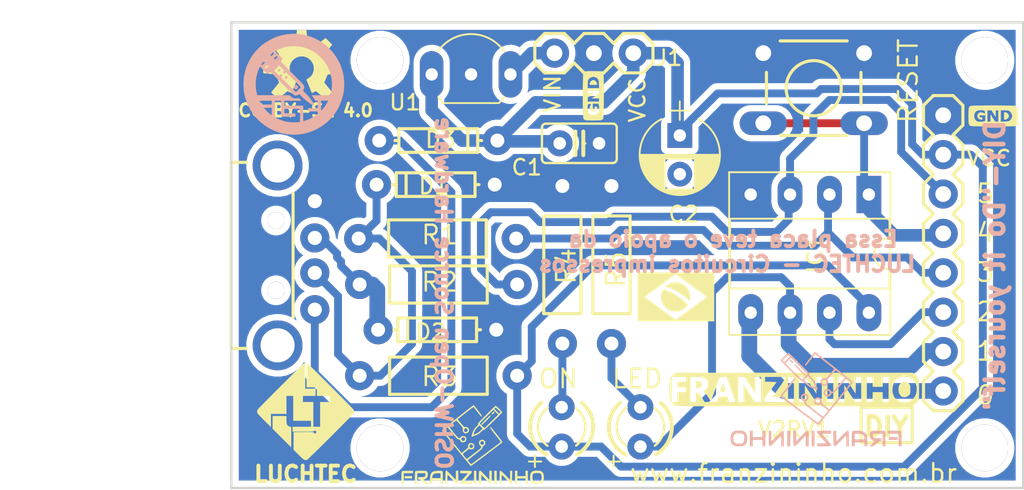
<source format=kicad_pcb>
(kicad_pcb (version 20171130) (host pcbnew "(5.0.0)")
  (layers (0 Top signal) (31 Bottom signal) (34 B.Paste user) (35 F.Paste user) (36 B.SilkS user) (37 F.SilkS user) (38 B.Mask user) (39 F.Mask user) (44 Edge.Cuts user))
  (net 0 "")
  (net 1 GND)
  (net 2 5V)
  (net 3 "Net-(D3-PadA)")
  (net 4 "Net-(D1-PadC)")
  (net 5 "Net-(D2-PadC)")
  (net 6 "Net-(IC1-Pad7)")
  (net 7 "Net-(IC1-Pad6)")
  (net 8 "Net-(IC1-Pad5)")
  (net 9 "Net-(IC1-Pad3)")
  (net 10 "Net-(IC1-Pad2)")
  (net 11 "Net-(IC1-Pad1)")
  (net 12 "Net-(LED1-PadK)")
  (net 13 "Net-(ON1-PadK)")
  (net 14 "Net-(J1-Pad3)")
  (module Franzininho:LED3MM (layer Top) (at 144.272 116.078 90)
    (fp_text reference ON (at 3.81 1.143) (layer F.SilkS) (effects (font (size 1.2 1.2) (thickness 0.1524)) (justify right top)))
    (fp_text value LED3MM)
    (pad K thru_hole circle (at 1.27 0 90) (size 1.6764 1.6764) (drill 0.8128) (layers *.Cu *.Mask) (net 13 "Net-(ON1-PadK)"))
    (pad A thru_hole circle (at -1.27 0 90) (size 1.6764 1.6764) (drill 0.8128) (layers *.Cu *.Mask) (net 2 5V))
  )
  (module "" (layer Top) (at 132.56235 92.4361)
    (fp_text reference @HOLE0 hide)
    (fp_text value "" (at 0 0) (layer F.SilkS) (effects (font (size 1.27 1.27))))
    (pad "" thru_hole circle (at 0 0) (size 3 3) (drill 3) (layers *.Cu *.Mask))
  )
  (module "" (layer Top) (at 171.56235 92.4361)
    (fp_text reference @HOLE1 hide)
    (fp_text value "" (at 0 0) (layer F.SilkS) (effects (font (size 1.27 1.27))))
    (pad "" thru_hole circle (at 0 0) (size 3 3) (drill 3) (layers *.Cu *.Mask))
  )
  (module "" (layer Top) (at 171.56235 117.4361)
    (fp_text reference @HOLE2 hide)
    (fp_text value "" (at 0 0) (layer F.SilkS) (effects (font (size 1.27 1.27))))
    (pad "" thru_hole circle (at 0 0) (size 3 3) (drill 3) (layers *.Cu *.Mask))
  )
  (module "" (layer Top) (at 132.56235 117.4361)
    (fp_text reference @HOLE3 hide)
    (fp_text value "" (at 0 0) (layer F.SilkS) (effects (font (size 1.27 1.27))))
    (pad "" thru_hole circle (at 0 0) (size 3 3) (drill 3) (layers *.Cu *.Mask))
  )
  (module Franzininho:USB-A-H (layer Top) (at 125.95235 105.0186)
    (fp_text reference X1 hide)
    (fp_text value USB-A-H hide)
    (pad "" thru_hole circle (at -0.1 2.25) (size 1.1 1.1) (drill 1.1) (layers *.Cu *.Mask))
    (pad "" thru_hole circle (at -0.1 -2.25) (size 1.1 1.1) (drill 1.1) (layers *.Cu *.Mask))
    (pad GND3 thru_hole circle (at 0 -5.8 270) (size 3.216 3.216) (drill 2.2) (layers *.Cu *.Mask))
    (pad GND2 thru_hole circle (at 0 5.8 270) (size 3.216 3.216) (drill 2.2) (layers *.Cu *.Mask))
    (pad VBUS thru_hole circle (at 2.4 3.5 270) (size 1.8796 1.8796) (drill 0.9144) (layers *.Cu *.Mask) (net 3 "Net-(D3-PadA)"))
    (pad D- thru_hole circle (at 2.4 1.127 270) (size 1.8796 1.8796) (drill 0.9144) (layers *.Cu *.Mask) (net 4 "Net-(D1-PadC)"))
    (pad D+ thru_hole circle (at 2.4 -1.127 270) (size 1.8796 1.8796) (drill 0.9144) (layers *.Cu *.Mask) (net 5 "Net-(D2-PadC)"))
    (pad GND thru_hole circle (at 2.4 -3.5 270) (size 1.8796 1.8796) (drill 0.9144) (layers *.Cu *.Mask) (net 1 GND))
  )
  (module Franzininho:DIODE-BZT52 (layer Top) (at 136.24585 109.8141 180)
    (fp_text reference D2 (at -0.66015 0.4417) (layer F.SilkS) (effects (font (thickness 0.1524)) (justify right top)))
    (fp_text value BZT52 hide)
    (pad C thru_hole circle (at 3.81 0 180) (size 1.8796 1.8796) (drill 0.9) (layers *.Cu *.Mask) (net 5 "Net-(D2-PadC)"))
    (pad A thru_hole circle (at -3.81 0 180) (size 1.8796 1.8796) (drill 0.9) (layers *.Cu *.Mask) (net 1 GND))
  )
  (module Franzininho:DIODE-BZT52 (layer Top) (at 136.14685 100.4521 180)
    (fp_text reference D1 (at -0.96235 0.4777) (layer F.SilkS) (effects (font (thickness 0.1524)) (justify right top)))
    (fp_text value BZT52 hide)
    (pad C thru_hole circle (at 3.81 0 180) (size 1.8796 1.8796) (drill 0.9) (layers *.Cu *.Mask) (net 4 "Net-(D1-PadC)"))
    (pad A thru_hole circle (at -3.81 0 180) (size 1.8796 1.8796) (drill 0.9) (layers *.Cu *.Mask) (net 1 GND))
  )
  (module Franzininho:C025-025X050 (layer Top) (at 145.415 97.79)
    (fp_text reference C1 (at -2.31845 0.9668) (layer F.SilkS) (effects (font (thickness 0.1524)) (justify right top)))
    (fp_text value 0.1uf)
    (pad 2 thru_hole circle (at 1.27 0) (size 1.6764 1.6764) (drill 0.8128) (layers *.Cu *.Mask) (net 1 GND))
    (pad 1 thru_hole circle (at -1.27 0) (size 1.6764 1.6764) (drill 0.8128) (layers *.Cu *.Mask) (net 2 5V))
  )
  (module Franzininho:AXIAL-0.4 (layer Top) (at 136.26235 103.9281)
    (fp_text reference R1 (at -1.13435 0.4659) (layer F.SilkS) (effects (font (size 1.2 1.2) (thickness 0.1524)) (justify left bottom)))
    (fp_text value 68R hide)
    (pad P$2 thru_hole circle (at 5.08 0) (size 1.8796 1.8796) (drill 0.9) (layers *.Cu *.Mask) (net 10 "Net-(IC1-Pad2)"))
    (pad P$1 thru_hole circle (at -5.08 0) (size 1.8796 1.8796) (drill 0.9) (layers *.Cu *.Mask) (net 4 "Net-(D1-PadC)"))
  )
  (module Franzininho:AXIAL-0.4 (layer Top) (at 136.32485 106.8931)
    (fp_text reference R2 (at -1.19685 0.5489) (layer F.SilkS) (effects (font (size 1.2 1.2) (thickness 0.1524)) (justify left bottom)))
    (fp_text value 68R hide)
    (pad P$2 thru_hole circle (at 5.08 0) (size 1.8796 1.8796) (drill 0.9) (layers *.Cu *.Mask) (net 9 "Net-(IC1-Pad3)"))
    (pad P$1 thru_hole circle (at -5.08 0) (size 1.8796 1.8796) (drill 0.9) (layers *.Cu *.Mask) (net 5 "Net-(D2-PadC)"))
  )
  (module Franzininho:AXIAL-0.4 (layer Top) (at 136.32485 112.776 180)
    (fp_text reference R3 hide)
    (fp_text value 1K5 hide)
    (fp_text user R3 (at 1.19685 -0.762 180) (layer F.SilkS) (effects (font (size 1.2 1.2) (thickness 0.1524)) (justify left bottom)))
    (pad P$2 thru_hole circle (at 5.08 0 180) (size 1.8796 1.8796) (drill 0.9) (layers *.Cu *.Mask) (net 4 "Net-(D1-PadC)"))
    (pad P$1 thru_hole circle (at -5.08 0 180) (size 1.8796 1.8796) (drill 0.9) (layers *.Cu *.Mask) (net 2 5V))
  )
  (module Franzininho:LED3MM (layer Top) (at 149.352 116.078 90)
    (fp_text reference LED (at 3.81 1.524) (layer F.SilkS) (effects (font (size 1.2 1.2) (thickness 0.1524)) (justify right top)))
    (fp_text value LED3MM)
    (pad K thru_hole circle (at 1.27 0 90) (size 1.6764 1.6764) (drill 0.8128) (layers *.Cu *.Mask) (net 12 "Net-(LED1-PadK)"))
    (pad A thru_hole circle (at -1.27 0 90) (size 1.6764 1.6764) (drill 0.8128) (layers *.Cu *.Mask) (net 7 "Net-(IC1-Pad6)"))
  )
  (module Franzininho:AXIAL-0.4 (layer Top) (at 147.48585 105.6231 270)
    (fp_text reference R5 (at -0.9751 0.41985 90) (layer F.SilkS) (effects (font (size 1.2 1.2) (thickness 0.1524)) (justify right top)))
    (fp_text value 1K hide)
    (pad P$2 thru_hole circle (at 5.08 0 270) (size 1.8796 1.8796) (drill 0.9) (layers *.Cu *.Mask) (net 12 "Net-(LED1-PadK)"))
    (pad P$1 thru_hole circle (at -5.08 0 270) (size 1.8796 1.8796) (drill 0.9) (layers *.Cu *.Mask) (net 1 GND))
  )
  (module Franzininho:DIODE-1N4148 (layer Top) (at 136.31645 97.6105)
    (fp_text reference D3 (at -0.93445 0.5351) (layer F.SilkS) (effects (font (thickness 0.1524)) (justify left bottom)))
    (fp_text value 1N4148 hide)
    (pad C thru_hole circle (at 3.81 0) (size 1.8796 1.8796) (drill 0.9) (layers *.Cu *.Mask) (net 2 5V))
    (pad A thru_hole circle (at -3.81 0) (size 1.8796 1.8796) (drill 0.9) (layers *.Cu *.Mask) (net 3 "Net-(D3-PadA)"))
  )
  (module Franzininho:AXIAL-0.4 (layer Top) (at 144.32085 105.6231 270)
    (fp_text reference R4 (at -1.1783 0.45525 90) (layer F.SilkS) (effects (font (size 1.2 1.2) (thickness 0.1524)) (justify right top)))
    (fp_text value 1K hide)
    (pad P$2 thru_hole circle (at 5.08 0 270) (size 1.8796 1.8796) (drill 0.9) (layers *.Cu *.Mask) (net 13 "Net-(ON1-PadK)"))
    (pad P$1 thru_hole circle (at -5.08 0 270) (size 1.8796 1.8796) (drill 0.9) (layers *.Cu *.Mask) (net 1 GND))
  )
  (module Franzininho:1X08_ROUND (layer Top) (at 168.87985 113.7611 90)
    (fp_text reference JP3 hide)
    (fp_text value M08)
    (pad 8 thru_hole circle (at 17.78 0 180) (size 1.8796 1.8796) (drill 1.016) (layers *.Cu *.Mask) (net 1 GND))
    (pad 7 thru_hole circle (at 15.24 0 180) (size 1.8796 1.8796) (drill 1.016) (layers *.Cu *.Mask) (net 2 5V))
    (pad 6 thru_hole circle (at 12.7 0 180) (size 1.8796 1.8796) (drill 1.016) (layers *.Cu *.Mask) (net 9 "Net-(IC1-Pad3)"))
    (pad 5 thru_hole circle (at 10.16 0 180) (size 1.8796 1.8796) (drill 1.016) (layers *.Cu *.Mask) (net 11 "Net-(IC1-Pad1)"))
    (pad 4 thru_hole circle (at 7.62 0 180) (size 1.8796 1.8796) (drill 1.016) (layers *.Cu *.Mask) (net 10 "Net-(IC1-Pad2)"))
    (pad 3 thru_hole circle (at 5.08 0 180) (size 1.8796 1.8796) (drill 1.016) (layers *.Cu *.Mask) (net 6 "Net-(IC1-Pad7)"))
    (pad 2 thru_hole circle (at 2.54 0 180) (size 1.8796 1.8796) (drill 1.016) (layers *.Cu *.Mask) (net 7 "Net-(IC1-Pad6)"))
    (pad 1 thru_hole circle (at 0 0 180) (size 1.8796 1.8796) (drill 1.016) (layers *.Cu *.Mask) (net 8 "Net-(IC1-Pad5)"))
  )
  (module Franzininho:OSHW-LOGO-M (layer Top) (at 127.508 92.964)
    (fp_text reference LOGO1 hide)
    (fp_text value OSHW-LOGOM hide)
  )
  (module Franzininho:1X03 (layer Top) (at 148.89235 91.9761 180)
    (fp_text reference J1 (at -3.25365 0.2821) (layer F.SilkS) (effects (font (thickness 0.1524)) (justify right top)))
    (fp_text value M03PTH)
    (pad 3 thru_hole circle (at 5.08 0 270) (size 1.8796 1.8796) (drill 1.016) (layers *.Cu *.Mask) (net 14 "Net-(J1-Pad3)"))
    (pad 2 thru_hole circle (at 2.54 0 270) (size 1.8796 1.8796) (drill 1.016) (layers *.Cu *.Mask) (net 1 GND))
    (pad 1 thru_hole circle (at 0 0 270) (size 1.8796 1.8796) (drill 1.016) (layers *.Cu *.Mask) (net 2 5V))
  )
  (module Franzininho:TAC-SWITCH-PTH (layer Top) (at 160.528 94.234 180)
    (fp_text reference RESET (at -5.3848 3.302 90) (layer F.SilkS) (effects (font (size 1.2065 1.2065) (thickness 0.1524)) (justify right top)))
    (fp_text value TACTILE-SWITCH-PTH)
    (pad 1 thru_hole oval (at -3.2512 -2.2606 180) (size 3.048 1.524) (drill 1.016) (layers *.Cu *.Mask) (net 11 "Net-(IC1-Pad1)"))
    (pad 2 thru_hole oval (at 3.2512 -2.2606 180) (size 3.048 1.524) (drill 1.016) (layers *.Cu *.Mask) (net 11 "Net-(IC1-Pad1)"))
    (pad 3 thru_hole oval (at -3.2512 2.2606 180) (size 3.048 1.524) (drill 1.016) (layers *.Cu *.Mask) (net 1 GND))
    (pad 4 thru_hole oval (at 3.2512 2.2606 180) (size 3.048 1.524) (drill 1.016) (layers *.Cu *.Mask) (net 1 GND))
  )
  (module library:TO-92_Inline_Wide (layer Top) (at 135.89 93.345)
    (fp_text reference U1 (at -1.7272 1.8034 180) (layer F.SilkS))
    (fp_text value L78L05_TO92)
    (pad 1 thru_hole oval (at 0 0 90) (size 3 1.52) (drill 0.8) (layers *.Cu *.Mask) (net 2 5V))
    (pad 3 thru_hole oval (at 5.08 0 90) (size 3 1.52) (drill 0.8) (layers *.Cu *.Mask) (net 14 "Net-(J1-Pad3)"))
    (pad 2 thru_hole oval (at 2.54 0 90) (size 3 1.52) (drill 0.8) (layers *.Cu *.Mask) (net 1 GND))
  )
  (module Housings_DIP:DIP-8_W7.62mm_Socket_LongPads (layer Top) (at 164.084 101.092 270)
    (fp_text reference IC1 (at 3.8608 3.4544 270) (layer F.SilkS))
    (fp_text value "ATTINY85 - 20PU")
    (pad 8 thru_hole oval (at 7.62 0 270) (size 2.4 1.6) (drill 0.8) (layers *.Cu *.Mask) (net 2 5V))
    (pad 4 thru_hole oval (at 0 7.62 270) (size 2.4 1.6) (drill 0.8) (layers *.Cu *.Mask) (net 1 GND))
    (pad 7 thru_hole oval (at 7.62 2.54 270) (size 2.4 1.6) (drill 0.8) (layers *.Cu *.Mask) (net 6 "Net-(IC1-Pad7)"))
    (pad 3 thru_hole oval (at 0 5.08 270) (size 2.4 1.6) (drill 0.8) (layers *.Cu *.Mask) (net 9 "Net-(IC1-Pad3)"))
    (pad 6 thru_hole oval (at 7.62 5.08 270) (size 2.4 1.6) (drill 0.8) (layers *.Cu *.Mask) (net 7 "Net-(IC1-Pad6)"))
    (pad 2 thru_hole oval (at 0 2.54 270) (size 2.4 1.6) (drill 0.8) (layers *.Cu *.Mask) (net 10 "Net-(IC1-Pad2)"))
    (pad 5 thru_hole oval (at 7.62 7.62 270) (size 2.4 1.6) (drill 0.8) (layers *.Cu *.Mask) (net 8 "Net-(IC1-Pad5)"))
    (pad 1 thru_hole rect (at 0 0 270) (size 2.4 1.6) (drill 0.8) (layers *.Cu *.Mask) (net 11 "Net-(IC1-Pad1)"))
  )
  (module Graphics:FRANZININHO_16x2 (layer Top) (at 159.258 113.665)
    (fp_text reference G*** hide)
    (fp_text value LOGO hide)
  )
  (module Graphics:bandeiraBrasil (layer Top) (at 151.638 107.696)
    (fp_text reference G*** hide)
    (fp_text value LOGO hide)
  )
  (module Capacitors_THT:CP_Radial_D5.0mm_P2.50mm (layer Top) (at 151.892 97.282 270)
    (fp_text reference C2 (at 5.08 -0.254) (layer F.SilkS))
    (fp_text value 10uF)
    (pad 2 thru_hole circle (at 2.5 0 270) (size 1.6 1.6) (drill 0.8) (layers *.Cu *.Mask))
    (pad 1 thru_hole rect (at 0 0 270) (size 1.6 1.6) (drill 0.8) (layers *.Cu *.Mask))
  )
  (module Graphics:GND2 (layer Top) (at 172.085 96.012)
    (fp_text reference G*** hide)
    (fp_text value LOGO hide)
  )
  (module Graphics:GND2 (layer Top) (at 146.304 94.742 90)
    (fp_text reference G*** hide)
    (fp_text value LOGO hide)
  )
  (module Graphics:logo-franzininho12_7 (layer Bottom) (at 160.655 114.3 180)
    (fp_text reference G*** hide)
    (fp_text value LOGO hide)
  )
  (module Graphics:logo-franzininho10_6 (layer Top) (at 138.557 117.221)
    (fp_text reference G*** hide)
    (fp_text value LOGO hide)
  )
  (module Graphics:LUCHTEC-7X7 (layer Top) (at 127.762 115.062)
    (fp_text reference G*** hide)
    (fp_text value LOGO hide)
  )
  (module Graphics:ferrodesolda7x7 (layer Bottom) (at 127 93.98 180)
    (fp_text reference G*** hide)
    (fp_text value LOGO hide)
  )
  (gr_text "Essa placa teve o apoio da \nLUCHTEC - Circuitos impressos" (at 154.94 104.775) (layer B.SilkS) (effects (font (size 1 1) (thickness 0.25)) (justify mirror)))
  (gr_text LUCHTEC (at 127.762 119.126) (layer F.SilkS) (effects (font (size 1 1) (thickness 0.25))))
  (gr_text "OSHW-Open Source Hardware" (at 136.652 107.442 270) (layer B.SilkS) (effects (font (size 1 1) (thickness 0.25)) (justify mirror)))
  (gr_text "DIY-\"Do it yourself\"" (at 172.212 105.664 90) (layer B.SilkS) (effects (font (size 1.2 1.2) (thickness 0.3)) (justify mirror)))
  (gr_text 5 (at 172.2755 100.33) (layer F.SilkS) (effects (font (size 1.2 1.2) (thickness 0.1524)) (justify right top)))
  (gr_text 4 (at 172.2755 102.87) (layer F.SilkS) (effects (font (size 1.2 1.2) (thickness 0.1524)) (justify right top)))
  (gr_text 3 (at 172.2755 105.41) (layer F.SilkS) (effects (font (size 1.2 1.2) (thickness 0.1524)) (justify right top)))
  (gr_text 2 (at 172.2755 107.95) (layer F.SilkS) (effects (font (size 1.2 1.2) (thickness 0.1524)) (justify right top)))
  (gr_text 1 (at 172.2755 110.49) (layer F.SilkS) (effects (font (size 1.2 1.2) (thickness 0.1524)) (justify right top)))
  (gr_line (start 166.88562 117.094) (end 166.63162 117.094) (layer F.SilkS) (width 0.2))
  (gr_line (start 166.88562 114.808) (end 166.63162 114.808) (layer F.SilkS) (width 0.2))
  (gr_line (start 166.88562 117.094) (end 166.88562 114.808) (layer F.SilkS) (width 0.2))
  (gr_line (start 163.58362 114.808) (end 166.63162 114.808) (layer F.SilkS) (width 0.2))
  (gr_line (start 163.58362 117.094) (end 166.63162 117.094) (layer F.SilkS) (width 0.2))
  (gr_line (start 163.58362 114.808) (end 163.58362 117.094) (layer F.SilkS) (width 0.2))
  (gr_text DIY (at 165.2143 116.0653) (layer F.SilkS) (effects (font (size 1.2 1.2) (thickness 0.3))))
  (gr_line (start 122.96735 120.0186) (end 174.03485 120.0186) (layer Edge.Cuts) (width 0.15))
  (gr_line (start 174.03485 120.0186) (end 174.03485 89.9886) (layer Edge.Cuts) (width 0.15))
  (gr_line (start 174.03485 89.9886) (end 122.96735 89.9886) (layer Edge.Cuts) (width 0.15))
  (gr_line (start 122.96735 89.9886) (end 122.96735 120.0186) (layer Edge.Cuts) (width 0.15))
  (gr_text "CC BY-SA 4.0" (at 123.317 96.139) (layer F.SilkS) (effects (font (size 0.8 0.8) (thickness 0.18288)) (justify left bottom)))
  (gr_text VCC (at 173.355 98.171) (layer F.SilkS) (effects (font (size 1 1) (thickness 0.1524)) (justify right top)))
  (gr_text 0 (at 172.2755 113.3475) (layer F.SilkS) (effects (font (size 1.2 1.2) (thickness 0.1524)) (justify right top)))
  (gr_text V2RV1 (at 156.845 116.84) (layer F.SilkS) (effects (font (size 1 1) (thickness 0.1524)) (justify left bottom)))
  (gr_text www.franzininho.com.br (at 148.59 118.364) (layer F.SilkS) (effects (font (size 1.2 1.2) (thickness 0.16)) (justify left top)))
  (gr_text VCC (at 148.57485 93.472 90) (layer F.SilkS) (effects (font (size 1 1) (thickness 0.1524)) (justify right top)))
  (gr_text VIN (at 144.272 95.885 90) (layer F.SilkS) (effects (font (size 1 1) (thickness 0.1524)) (justify left bottom)))
  (segment (start 159.3088 91.9734) (end 163.7792 91.9734) (width 0.508) (layer Top) (net 1))
  (segment (start 157.2768 91.9734) (end 159.3088 91.9734) (width 0.508) (layer Top) (net 1))
  (segment (start 140.12645 97.6105) (end 140.08295 97.6105) (width 0.4064) (layer Bottom) (net 2))
  (segment (start 140.08295 97.6105) (end 140.00235 97.6911) (width 0.4064) (layer Bottom) (net 2))
  (segment (start 169.2336 98.6436) (end 168.87985 98.5211) (width 0.4064) (layer Bottom) (net 2))
  (segment (start 163.81485 108.646) (end 163.99395 108.8251) (width 0.8128) (layer Bottom) (net 2))
  (segment (start 168.75735 98.6436) (end 168.87985 98.5211) (width 0.8128) (layer Bottom) (net 2))
  (segment (start 148.89235 91.9761) (end 151.11485 91.9761) (width 0.8128) (layer Bottom) (net 2))
  (segment (start 151.11485 91.9761) (end 151.74985 92.6111) (width 0.8128) (layer Bottom) (net 2))
  (segment (start 151.74985 92.6111) (end 151.74985 97.15135) (width 0.8128) (layer Bottom) (net 2))
  (segment (start 148.89235 91.9761) (end 148.89235 93.2461) (width 0.8128) (layer Bottom) (net 2))
  (segment (start 148.89235 93.2461) (end 146.98735 95.1511) (width 0.8128) (layer Bottom) (net 2))
  (segment (start 146.98735 95.1511) (end 142.58585 95.1511) (width 0.8128) (layer Bottom) (net 2))
  (segment (start 142.58585 95.1511) (end 140.12645 97.6105) (width 0.8128) (layer Bottom) (net 2))
  (segment (start 144.10125 97.663) (end 140.25335 97.663) (width 0.8128) (layer Bottom) (net 2))
  (segment (start 140.25335 97.4836) (end 140.12645 97.6105) (width 0.8128) (layer Bottom) (net 2))
  (segment (start 138.797373 97.6105) (end 140.12645 97.6105) (width 0.8128) (layer Bottom) (net 2))
  (segment (start 137.8427 97.6105) (end 138.797373 97.6105) (width 0.8128) (layer Bottom) (net 2))
  (segment (start 135.89 95.6578) (end 137.8427 97.6105) (width 0.8128) (layer Bottom) (net 2))
  (segment (start 135.89 93.345) (end 135.89 95.6578) (width 0.8128) (layer Bottom) (net 2))
  (segment (start 142.344649 111.836201) (end 141.40485 112.776) (width 0.508) (layer Bottom) (net 2))
  (segment (start 142.344649 109.623351) (end 142.344649 111.836201) (width 0.508) (layer Bottom) (net 2))
  (segment (start 146.304 105.664) (end 142.344649 109.623351) (width 0.508) (layer Bottom) (net 2))
  (segment (start 161.436 105.664) (end 146.304 105.664) (width 0.508) (layer Bottom) (net 2))
  (segment (start 164.084 108.312) (end 161.436 105.664) (width 0.508) (layer Bottom) (net 2))
  (segment (start 164.084 108.712) (end 164.084 108.312) (width 0.508) (layer Bottom) (net 2))
  (segment (start 154.330621 94.570579) (end 152.638849 96.262351) (width 0.508) (layer Bottom) (net 2))
  (segment (start 152.638849 96.262351) (end 151.74985 97.15135) (width 0.508) (layer Bottom) (net 2))
  (segment (start 160.996733 94.287989) (end 160.714143 94.570579) (width 0.508) (layer Bottom) (net 2))
  (segment (start 165.901267 94.287989) (end 160.996733 94.287989) (width 0.508) (layer Bottom) (net 2))
  (segment (start 160.714143 94.570579) (end 154.330621 94.570579) (width 0.508) (layer Bottom) (net 2))
  (segment (start 167.550773 98.5211) (end 166.878 97.848327) (width 0.508) (layer Bottom) (net 2))
  (segment (start 168.87985 98.5211) (end 167.550773 98.5211) (width 0.508) (layer Bottom) (net 2))
  (segment (start 166.878 95.264722) (end 165.901267 94.287989) (width 0.508) (layer Bottom) (net 2))
  (segment (start 166.878 97.848327) (end 166.878 95.264722) (width 0.508) (layer Bottom) (net 2))
  (segment (start 142.24 117.348) (end 144.272 117.348) (width 0.508) (layer Bottom) (net 2))
  (segment (start 141.40485 112.776) (end 141.40485 116.51285) (width 0.508) (layer Bottom) (net 2))
  (segment (start 141.40485 116.51285) (end 142.24 117.348) (width 0.508) (layer Bottom) (net 2))
  (segment (start 169.00235 98.6436) (end 168.87985 98.5211) (width 1.016) (layer Bottom) (net 2))
  (segment (start 144.272 117.348) (end 146.812 117.348) (width 0.508) (layer Bottom) (net 2))
  (segment (start 166.360749 118.640201) (end 171.43485 113.5661) (width 0.508) (layer Bottom) (net 2))
  (segment (start 148.104201 118.640201) (end 166.360749 118.640201) (width 0.508) (layer Bottom) (net 2))
  (segment (start 146.812 117.348) (end 148.104201 118.640201) (width 0.508) (layer Bottom) (net 2))
  (segment (start 168.87985 98.5211) (end 170.6571 98.5211) (width 0.508) (layer Bottom) (net 2))
  (segment (start 171.43485 99.29885) (end 171.43485 113.5661) (width 0.508) (layer Bottom) (net 2))
  (segment (start 170.6571 98.5211) (end 171.43485 99.29885) (width 0.508) (layer Bottom) (net 2))
  (segment (start 137.16 100.934973) (end 133.835527 97.6105) (width 0.508) (layer Bottom) (net 3))
  (segment (start 137.16 113.538) (end 137.16 100.934973) (width 0.508) (layer Bottom) (net 3))
  (segment (start 133.835527 97.6105) (end 132.50645 97.6105) (width 0.508) (layer Bottom) (net 3))
  (segment (start 128.35235 108.5186) (end 128.35235 112.60435) (width 0.508) (layer Bottom) (net 3))
  (segment (start 128.35235 112.60435) (end 130.556 114.808) (width 0.508) (layer Bottom) (net 3))
  (segment (start 135.89 114.808) (end 137.16 113.538) (width 0.508) (layer Bottom) (net 3))
  (segment (start 130.556 114.808) (end 135.89 114.808) (width 0.508) (layer Bottom) (net 3))
  (segment (start 129.292149 107.085399) (end 128.35235 106.1456) (width 0.508) (layer Bottom) (net 4))
  (segment (start 129.851049 107.644299) (end 129.292149 107.085399) (width 0.508) (layer Bottom) (net 4))
  (segment (start 129.851049 111.382199) (end 129.851049 107.644299) (width 0.508) (layer Bottom) (net 4))
  (segment (start 131.24485 112.776) (end 129.851049 111.382199) (width 0.508) (layer Bottom) (net 4))
  (segment (start 132.573927 112.776) (end 134.62 110.729927) (width 0.508) (layer Bottom) (net 4))
  (segment (start 131.24485 112.776) (end 132.573927 112.776) (width 0.508) (layer Bottom) (net 4))
  (segment (start 134.62 106.036673) (end 134.62 110.729927) (width 0.508) (layer Bottom) (net 4))
  (segment (start 132.511427 103.9281) (end 134.62 106.036673) (width 0.508) (layer Bottom) (net 4))
  (segment (start 131.18235 103.9281) (end 132.511427 103.9281) (width 0.508) (layer Bottom) (net 4))
  (segment (start 132.33685 102.7736) (end 131.18235 103.9281) (width 0.508) (layer Bottom) (net 4))
  (segment (start 132.33685 100.4521) (end 132.33685 102.7736) (width 0.508) (layer Bottom) (net 4))
  (segment (start 131.24485 106.8931) (end 131.24485 107.0311) (width 0.6096) (layer Bottom) (net 5))
  (segment (start 132.38235 107.2161) (end 132.38235 109.7606) (width 1.016) (layer Bottom) (net 5))
  (segment (start 132.38235 109.7606) (end 132.43585 109.8141) (width 0.6096) (layer Bottom) (net 5))
  (segment (start 132.38235 107.2161) (end 132.06485 106.8986) (width 1.016) (layer Bottom) (net 5))
  (segment (start 132.06485 106.8986) (end 131.25035 106.8986) (width 1.016) (layer Bottom) (net 5))
  (segment (start 131.25035 106.8986) (end 131.24485 106.8931) (width 1.016) (layer Bottom) (net 5))
  (segment (start 128.7836 103.8916) (end 128.35235 103.8916) (width 0.508) (layer Bottom) (net 5))
  (segment (start 129.794 104.902) (end 128.7836 103.8916) (width 0.508) (layer Bottom) (net 5))
  (segment (start 129.794 105.156) (end 129.794 104.902) (width 0.508) (layer Bottom) (net 5))
  (segment (start 130.048 105.41) (end 129.794 105.156) (width 0.508) (layer Bottom) (net 5))
  (segment (start 131.24485 106.8931) (end 130.048 105.69625) (width 0.508) (layer Bottom) (net 5))
  (segment (start 130.048 105.69625) (end 130.048 105.41) (width 0.508) (layer Bottom) (net 5))
  (segment (start 161.544 109.112) (end 161.544 108.712) (width 0.508) (layer Bottom) (net 6))
  (segment (start 167.550773 108.6811) (end 168.87985 108.6811) (width 0.508) (layer Bottom) (net 6))
  (segment (start 165.487873 110.744) (end 167.550773 108.6811) (width 0.508) (layer Bottom) (net 6))
  (segment (start 161.868 110.744) (end 165.487873 110.744) (width 0.508) (layer Bottom) (net 6))
  (segment (start 161.544 110.42) (end 161.868 110.744) (width 0.508) (layer Bottom) (net 6))
  (segment (start 161.544 108.712) (end 161.544 110.42) (width 0.508) (layer Bottom) (net 6))
  (segment (start 158.8936 108.80475) (end 158.91395 108.8251) (width 0.4064) (layer Bottom) (net 7))
  (segment (start 158.91395 108.8251) (end 158.91395 110.72895) (width 1.016) (layer Bottom) (net 7))
  (segment (start 158.91395 110.72895) (end 160.32235 112.13735) (width 1.016) (layer Bottom) (net 7))
  (segment (start 160.32235 112.13735) (end 166.8311 112.13735) (width 1.016) (layer Bottom) (net 7))
  (segment (start 166.8311 112.13735) (end 167.7836 111.18485) (width 1.016) (layer Bottom) (net 7))
  (segment (start 167.7836 111.18485) (end 168.8436 111.18485) (width 1.016) (layer Bottom) (net 7))
  (segment (start 168.8436 111.18485) (end 168.87985 111.2211) (width 1.016) (layer Bottom) (net 7))
  (segment (start 150.537393 117.348) (end 149.352 117.348) (width 0.508) (layer Bottom) (net 7))
  (segment (start 159.004 107.004) (end 158.426 106.426) (width 0.508) (layer Bottom) (net 7))
  (segment (start 159.004 108.712) (end 159.004 107.004) (width 0.508) (layer Bottom) (net 7))
  (segment (start 154.94 106.426) (end 153.97235 107.39365) (width 0.508) (layer Bottom) (net 7))
  (segment (start 153.97235 107.39365) (end 153.97235 113.913043) (width 0.508) (layer Bottom) (net 7))
  (segment (start 158.426 106.426) (end 154.94 106.426) (width 0.508) (layer Bottom) (net 7))
  (segment (start 153.97235 113.913043) (end 150.537393 117.348) (width 0.508) (layer Bottom) (net 7))
  (segment (start 156.37395 108.8251) (end 156.37395 111.5227) (width 1.016) (layer Bottom) (net 8))
  (segment (start 168.87985 113.7611) (end 158.61235 113.7611) (width 1.016) (layer Bottom) (net 8))
  (segment (start 158.61235 113.7611) (end 156.37395 111.5227) (width 1.016) (layer Bottom) (net 8))
  (segment (start 159.05235 101.3435) (end 158.91395 101.2051) (width 0.4064) (layer Bottom) (net 9))
  (segment (start 141.39935 106.8986) (end 141.40485 106.8931) (width 0.6096) (layer Bottom) (net 9))
  (segment (start 168.75735 101.1836) (end 168.87985 101.0611) (width 0.8128) (layer Bottom) (net 9))
  (segment (start 168.68485 100.8661) (end 168.87985 101.0611) (width 0.8128) (layer Bottom) (net 9))
  (segment (start 158.91395 102.70605) (end 158.91395 101.2051) (width 0.508) (layer Bottom) (net 9))
  (segment (start 158.115 103.505) (end 158.91395 102.70605) (width 0.508) (layer Bottom) (net 9))
  (segment (start 154.94 103.505) (end 158.115 103.505) (width 0.508) (layer Bottom) (net 9))
  (segment (start 153.957701 102.522701) (end 154.94 103.505) (width 0.508) (layer Bottom) (net 9))
  (segment (start 142.875 102.87) (end 147.32 102.87) (width 0.508) (layer Bottom) (net 9))
  (segment (start 140.075773 106.8931) (end 139.065 105.882327) (width 0.508) (layer Bottom) (net 9))
  (segment (start 147.667299 102.522701) (end 153.957701 102.522701) (width 0.508) (layer Bottom) (net 9))
  (segment (start 139.065 105.882327) (end 139.065 102.87) (width 0.508) (layer Bottom) (net 9))
  (segment (start 139.7 102.235) (end 142.24 102.235) (width 0.508) (layer Bottom) (net 9))
  (segment (start 147.32 102.87) (end 147.667299 102.522701) (width 0.508) (layer Bottom) (net 9))
  (segment (start 141.40485 106.8931) (end 140.075773 106.8931) (width 0.508) (layer Bottom) (net 9))
  (segment (start 139.065 102.87) (end 139.7 102.235) (width 0.508) (layer Bottom) (net 9))
  (segment (start 142.24 102.235) (end 142.875 102.87) (width 0.508) (layer Bottom) (net 9))
  (segment (start 168.87985 101.0611) (end 166.169989 98.351239) (width 0.508) (layer Bottom) (net 9))
  (segment (start 160.510103 97.282) (end 159.004 98.788103) (width 0.508) (layer Bottom) (net 9))
  (segment (start 159.004 98.788103) (end 159.004 99.384) (width 0.508) (layer Bottom) (net 9))
  (segment (start 159.004 99.384) (end 159.004 101.092) (width 0.508) (layer Bottom) (net 9))
  (segment (start 161.544 94.996) (end 160.510103 96.029897) (width 0.508) (layer Bottom) (net 9))
  (segment (start 165.354 94.996) (end 161.544 94.996) (width 0.508) (layer Bottom) (net 9))
  (segment (start 166.169989 95.811989) (end 165.354 94.996) (width 0.508) (layer Bottom) (net 9))
  (segment (start 166.169989 98.351239) (end 166.169989 95.811989) (width 0.508) (layer Bottom) (net 9))
  (segment (start 160.510103 96.029897) (end 160.510103 97.282) (width 0.508) (layer Bottom) (net 9))
  (segment (start 161.59235 101.3435) (end 161.45395 101.2051) (width 0.8128) (layer Bottom) (net 10))
  (segment (start 141.34235 103.9281) (end 147.5319 103.9281) (width 0.508) (layer Bottom) (net 10))
  (segment (start 147.5319 103.9281) (end 148.082 103.378) (width 0.508) (layer Bottom) (net 10))
  (segment (start 148.082 103.378) (end 153.416 103.378) (width 0.508) (layer Bottom) (net 10))
  (segment (start 153.416 103.378) (end 154.432 104.394) (width 0.508) (layer Bottom) (net 10))
  (segment (start 154.432 104.394) (end 160.60445 104.394) (width 0.508) (layer Bottom) (net 10))
  (segment (start 161.45395 101.2051) (end 161.45395 103.5445) (width 0.508) (layer Bottom) (net 10))
  (segment (start 161.45395 103.5445) (end 160.60445 104.394) (width 0.508) (layer Bottom) (net 10))
  (segment (start 167.550773 106.1411) (end 166.565673 105.156) (width 0.508) (layer Bottom) (net 10))
  (segment (start 168.87985 106.1411) (end 167.550773 106.1411) (width 0.508) (layer Bottom) (net 10))
  (segment (start 163.06545 105.156) (end 161.45395 103.5445) (width 0.508) (layer Bottom) (net 10))
  (segment (start 166.565673 105.156) (end 163.06545 105.156) (width 0.508) (layer Bottom) (net 10))
  (segment (start 164.13235 101.3435) (end 164.13235 102.1361) (width 0.8128) (layer Bottom) (net 11))
  (segment (start 164.13235 102.1361) (end 165.71985 103.7236) (width 0.8128) (layer Bottom) (net 11))
  (segment (start 165.71985 103.7236) (end 168.75735 103.7236) (width 0.8128) (layer Bottom) (net 11))
  (segment (start 168.75735 103.7236) (end 168.87985 103.6011) (width 0.6096) (layer Bottom) (net 11))
  (segment (start 163.99395 101.2051) (end 164.13235 101.3435) (width 0.6096) (layer Bottom) (net 11))
  (segment (start 164.13235 101.0667) (end 163.99395 101.2051) (width 0.8128) (layer Bottom) (net 11))
  (segment (start 163.7792 100.7872) (end 164.084 101.092) (width 0.508) (layer Bottom) (net 11))
  (segment (start 163.7792 96.4946) (end 163.7792 100.7872) (width 0.508) (layer Bottom) (net 11))
  (segment (start 157.2768 96.4946) (end 163.7792 96.4946) (width 0.508) (layer Top) (net 11))
  (segment (start 147.48585 112.94185) (end 149.352 114.808) (width 0.508) (layer Bottom) (net 12))
  (segment (start 147.48585 110.7031) (end 147.48585 112.94185) (width 0.508) (layer Bottom) (net 12))
  (segment (start 144.32085 110.7031) (end 144.44185 110.7031) (width 0.8128) (layer Bottom) (net 13))
  (segment (start 144.32085 114.75915) (end 144.272 114.808) (width 0.508) (layer Bottom) (net 13))
  (segment (start 144.32085 110.7031) (end 144.32085 114.75915) (width 0.508) (layer Bottom) (net 13))
  (segment (start 142.3389 91.9761) (end 140.97 93.345) (width 0.8128) (layer Bottom) (net 14))
  (segment (start 143.81235 91.9761) (end 142.3389 91.9761) (width 0.8128) (layer Bottom) (net 14))
  (zone (net 1) (net_name GND) (layer Bottom) (priority 6) (connect_pads yes (clearance 0.4064)) (min_thickness 0.0254) (fill yes (arc_segments 32) (thermal_gap 0.508) (thermal_bridge_width 0.508))
    (polygon (pts (xy 122.96735 90.1386) (xy 173.9986 90.1386) (xy 174.0661 120.00735) (xy 122.96735 120.0986)))
  )
)
</source>
